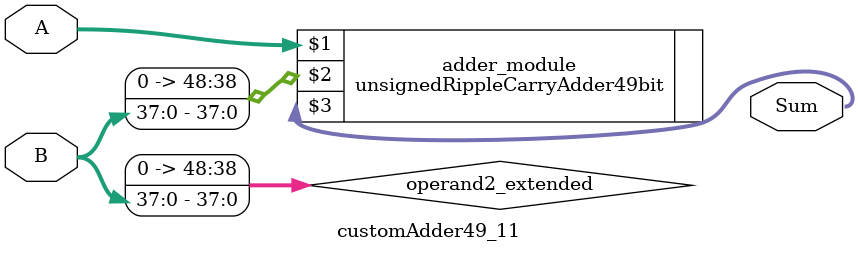
<source format=v>
module customAdder49_11(
                        input [48 : 0] A,
                        input [37 : 0] B,
                        
                        output [49 : 0] Sum
                );

        wire [48 : 0] operand2_extended;
        
        assign operand2_extended =  {11'b0, B};
        
        unsignedRippleCarryAdder49bit adder_module(
            A,
            operand2_extended,
            Sum
        );
        
        endmodule
        
</source>
